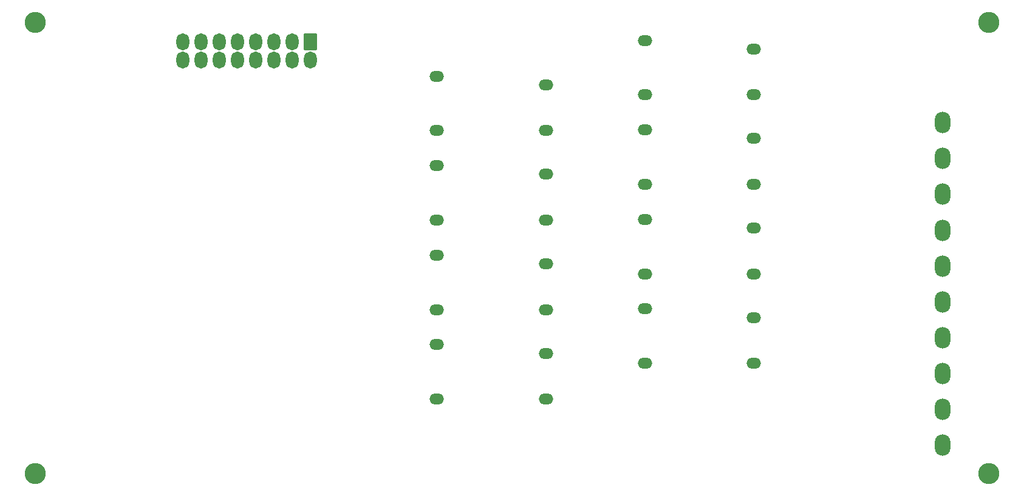
<source format=gbr>
G04 --- HEADER BEGIN --- *
G04 #@! TF.GenerationSoftware,LibrePCB,LibrePCB,1.0.0*
G04 #@! TF.CreationDate,2024-05-06T14:58:10*
G04 #@! TF.ProjectId,OSm Thermal,b11a65fa-6c4c-431c-8545-341aca355aaf,v1.7*
G04 #@! TF.Part,Single*
G04 #@! TF.SameCoordinates*
G04 #@! TF.FileFunction,Soldermask,Bot*
G04 #@! TF.FilePolarity,Negative*
%FSLAX66Y66*%
%MOMM*%
G01*
G75*
G04 --- HEADER END --- *
G04 --- APERTURE LIST BEGIN --- *
%ADD10O,2.0X1.5*%
%ADD11O,1.787X2.39*%
%AMROUNDEDRECT12*20,1,1.787,-1.095,0.0,1.095,0.0,90.0*20,1,1.587,-1.195,0.0,1.195,0.0,90.0*1,1,0.2,-0.7935,-1.095*1,1,0.2,-0.7935,1.095*1,1,0.2,0.7935,1.095*1,1,0.2,0.7935,-1.095*%
%ADD12ROUNDEDRECT12*%
%ADD13O,2.2X3.0*%
%ADD14C,2.95*%
G04 --- APERTURE LIST END --- *
G04 --- BOARD BEGIN --- *
D10*
G04 #@! TO.C,K1*
X74700000Y-49700000D03*
X59500000Y-48500000D03*
X74700000Y-56100000D03*
X59500000Y-56100000D03*
G04 #@! TO.C,K2*
X74700000Y-37200000D03*
X59500000Y-36000000D03*
X74700000Y-43600000D03*
X59500000Y-43600000D03*
G04 #@! TO.C,K5*
X103700000Y-44700000D03*
X88500000Y-43500000D03*
X103700000Y-51100000D03*
X88500000Y-51100000D03*
G04 #@! TO.C,K4*
X74700000Y-12200000D03*
X59500000Y-11000000D03*
X74700000Y-18600000D03*
X59500000Y-18600000D03*
G04 #@! TO.C,K6*
X103700000Y-32200000D03*
X88500000Y-31000000D03*
X103700000Y-38600000D03*
X88500000Y-38600000D03*
G04 #@! TO.C,K3*
X74700000Y-24700000D03*
X59500000Y-23500000D03*
X74700000Y-31100000D03*
X59500000Y-31100000D03*
D11*
G04 #@! TO.C,J2*
X24110000Y-6230000D03*
X29190000Y-8770000D03*
X39350000Y-8770000D03*
X26650000Y-6230000D03*
X24110000Y-8770000D03*
X31730000Y-8770000D03*
X26650000Y-8770000D03*
X29190000Y-6230000D03*
X36810000Y-6230000D03*
X34270000Y-8770000D03*
X31730000Y-6230000D03*
D12*
X41890000Y-6230000D03*
D11*
X41890000Y-8770000D03*
X34270000Y-6230000D03*
X39350000Y-6230000D03*
X36810000Y-8770000D03*
D13*
G04 #@! TO.C,J1*
X130000000Y-57500000D03*
X130000000Y-47500000D03*
X130000000Y-37500000D03*
X130000000Y-52500000D03*
X130000000Y-32500000D03*
X130000000Y-17500000D03*
X130000000Y-27500000D03*
X130000000Y-22500000D03*
X130000000Y-62500000D03*
X130000000Y-42500000D03*
D10*
G04 #@! TO.C,K7*
X103700000Y-19700000D03*
X88500000Y-18500000D03*
X103700000Y-26100000D03*
X88500000Y-26100000D03*
G04 #@! TO.C,K8*
X103700000Y-7200000D03*
X88500000Y-6000000D03*
X103700000Y-13600000D03*
X88500000Y-13600000D03*
D14*
G04 #@! TD*
X3500000Y-66500000D03*
X136500000Y-66500000D03*
X3500000Y-3500000D03*
X136500000Y-3500000D03*
G04 --- BOARD END --- *
G04 #@! TF.MD5,56957defaec40aacb74b04f62381a74d*
M02*

</source>
